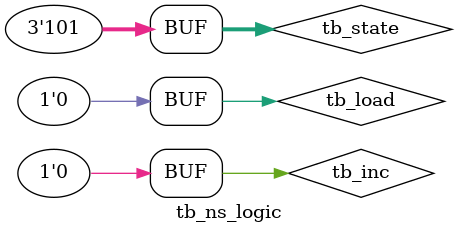
<source format=v>
`timescale 1ns/100ps

module tb_ns_logic;		//testbench of ns_logic
	reg [2:0] tb_state;
	reg tb_inc, tb_load;
	wire [2:0] tb_next_state;
	
	ns_logic U0_ns_logic(tb_next_state, tb_load, tb_inc, tb_state);
	
	initial begin
		tb_state = 3'b000;		//state = IDLE
		tb_load = 1; tb_inc = 1; #10;		//next state = LOAD;
		tb_load = 1; tb_inc = 0; #10;		//next state = LOAD;
		tb_load = 0; tb_inc = 1; #10;		//next state = INC;
		tb_load = 0; tb_inc = 0; #10;		//next state = DEC;
		
		tb_state = 3'b001;		//state = LOAD
		tb_load = 1; tb_inc = 1; #10;		//next state = LOAD;
		tb_load = 1; tb_inc = 0; #10;		//next state = LOAD;
		tb_load = 0; tb_inc = 1; #10;		//next state = INC;
		tb_load = 0; tb_inc = 0; #10;		//next state = DEC;
		
		tb_state = 3'b010;		//state = INC
		tb_load = 1; tb_inc = 1; #10;		//next state = LOAD;
		tb_load = 1; tb_inc = 0; #10;		//next state = LOAD;
		tb_load = 0; tb_inc = 1; #10;		//next state = INC2;
		tb_load = 0; tb_inc = 0; #10;		//next state = DEC;
		
		tb_state = 3'b011;		//state = INC2
		tb_load = 1; tb_inc = 1; #10;		//next state = LOAD;
		tb_load = 1; tb_inc = 0; #10;		//next state = LOAD;
		tb_load = 0; tb_inc = 1; #10;		//next state = INC;
		tb_load = 0; tb_inc = 0; #10;		//next state = DEC;
		
		tb_state = 3'b100;		//state = DEC
		tb_load = 1; tb_inc = 1; #10;		//next state = LOAD;
		tb_load = 1; tb_inc = 0; #10;		//next state = LOAD;
		tb_load = 0; tb_inc = 1; #10;		//next state = INC;
		tb_load = 0; tb_inc = 0; #10;		//next state = DEC2;
		
		tb_state = 3'b101;		//state = DEC2
		tb_load = 1; tb_inc = 1; #10;		//next state = LOAD;
		tb_load = 1; tb_inc = 0; #10;		//next state = LOAD;
		tb_load = 0; tb_inc = 1; #10;		//next state = INC;
		tb_load = 0; tb_inc = 0; #10;		//next state = DEC;
	end
endmodule

</source>
